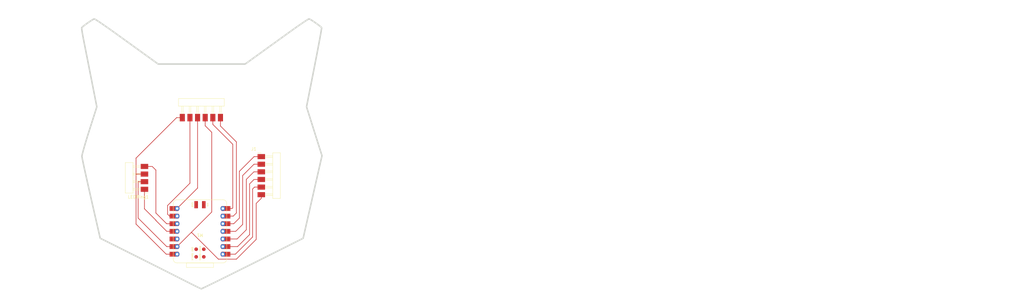
<source format=kicad_pcb>
(kicad_pcb (version 20240108) (generator "pcbnew") (generator_version "8.0")
  (layers (0 "F.Cu" signal) (31 "B.Cu" signal) (34 "B.Paste" user) (35 "F.Paste" user) (36 "B.SilkS" user "B.Silkscreen") (37 "F.SilkS" user "F.Silkscreen") (38 "B.Mask" user) (39 "F.Mask" user) (44 "Edge.Cuts" user))
  (net 0 "")
  (net 1 "4{slash}P4{slash}MISO{slash}D9")
  (net 2 "3{slash}P3{slash}MOSI{slash}D10")
  (net 3 "GND1")
  (net 4 "0{slash}P0{slash}TX{slash}D6")
  (net 5 "26{slash}P26{slash}A0{slash}D0")
  (net 6 "28{slash}P28{slash}A2{slash}D2")
  (net 7 "6{slash}P6{slash}SDA{slash}D4")
  (net 8 "27{slash}P27{slash}A1{slash}D1")
  (net 9 "29{slash}P29{slash}A3{slash}D3")
  (net 10 "2{slash}P2{slash}SCK{slash}D8")
  (net 11 "1{slash}RX{slash}P1{slash}CSn{slash}D7")
  (net 12 "7{slash}P7{slash}SCL{slash}D5")
  (net 14 "3V3")
  (net 15 "5V")
  (footprint "fab:PinHeader_1x06_P2.54mm_Horizontal_SMD" (layer "F.Cu") (at 152.1 109.7)
    (property "Reference" "J1" (at -1.524 -2.54 0) (layer "F.SilkS") (effects (justify right)))
    (property "Value" "Conn_PinHeader_1x06_P2.54mm_Horizontal_SMD")
    (fp_line (start -1.27 -1.27) (end 0 -1.27) (stroke (width 0.12)) (layer "F.SilkS"))
    (fp_line (start 3.81 -1.27) (end 6.35 -1.27) (stroke (width 0.12)) (layer "F.SilkS"))
    (fp_line (start 3.81 -0.254) (end 1.27 -0.254) (stroke (width 0.12)) (layer "F.SilkS"))
    (fp_line (start 3.81 0.254) (end 1.27 0.254) (stroke (width 0.12)) (layer "F.SilkS"))
    (fp_line (start 3.81 2.286) (end 1.27 2.286) (stroke (width 0.12)) (layer "F.SilkS"))
    (fp_line (start 3.81 2.794) (end 1.27 2.794) (stroke (width 0.12)) (layer "F.SilkS"))
    (fp_line (start 3.81 4.826) (end 1.27 4.826) (stroke (width 0.12)) (layer "F.SilkS"))
    (fp_line (start 3.81 5.334) (end 1.27 5.334) (stroke (width 0.12)) (layer "F.SilkS"))
    (fp_line (start 3.81 7.366) (end 1.27 7.366) (stroke (width 0.12)) (layer "F.SilkS"))
    (fp_line (start 3.81 7.874) (end 1.27 7.874) (stroke (width 0.12)) (layer "F.SilkS"))
    (fp_line (start 3.81 9.906) (end 1.27 9.906) (stroke (width 0.12)) (layer "F.SilkS"))
    (fp_line (start 3.81 10.414) (end 1.27 10.414) (stroke (width 0.12)) (layer "F.SilkS"))
    (fp_line (start 3.81 12.446) (end 1.27 12.446) (stroke (width 0.12)) (layer "F.SilkS"))
    (fp_line (start 3.81 12.954) (end 1.27 12.954) (stroke (width 0.12)) (layer "F.SilkS"))
    (fp_line (start 3.81 13.97) (end 3.81 -1.27) (stroke (width 0.12)) (layer "F.SilkS"))
    (fp_line (start 6.35 -1.27) (end 6.35 13.97) (stroke (width 0.12)) (layer "F.SilkS"))
    (fp_line (start 6.35 13.97) (end 3.81 13.97) (stroke (width 0.12)) (layer "F.SilkS"))
    (pad "1" smd rect (at 0 0) (size 2.5 1.7) (layers "F.Cu" "F.Paste" "F.Mask") (net 7 "6{slash}P6{slash}SDA{slash}D4"))
    (pad "2" smd rect (at 0 2.54) (size 2.5 1.7) (layers "F.Cu" "F.Paste" "F.Mask") (net 9 "29{slash}P29{slash}A3{slash}D3"))
    (pad "3" smd rect (at 0 5.08) (size 2.5 1.7) (layers "F.Cu" "F.Paste" "F.Mask") (net 6 "28{slash}P28{slash}A2{slash}D2"))
    (pad "4" smd rect (at 0 7.62) (size 2.5 1.7) (layers "F.Cu" "F.Paste" "F.Mask") (net 8 "27{slash}P27{slash}A1{slash}D1"))
    (pad "5" smd rect (at 0 10.16) (size 2.5 1.7) (layers "F.Cu" "F.Paste" "F.Mask") (net 5 "26{slash}P26{slash}A0{slash}D0"))
    (pad "6" smd rect (at 0 12.7) (size 2.5 1.7) (layers "F.Cu" "F.Paste" "F.Mask") (net 3 "GND1"))
  )
  (footprint "fab:SeeedStudio_XIAO_RP2040" (layer "F.Cu") (at 131.685 134.62 180)
    (property "Reference" "M1" (at 0 -1.27 180) (layer "F.SilkS"))
    (property "Value" "Module_XIAO-RP2040")
    (fp_line (start 8.8925 -9.261) (end 8.8925 9.281) (stroke (width 0.12)) (layer "F.SilkS"))
    (fp_line (start 7.6225 10.551) (end -7.6175 10.551) (stroke (width 0.12)) (layer "F.SilkS"))
    (fp_line (start -7.6175 -10.531) (end 7.6225 -10.531) (stroke (width 0.12)) (layer "F.SilkS"))
    (fp_line (start -8.8875 9.281) (end -8.8875 -9.261) (stroke (width 0.12)) (layer "F.SilkS"))
    (fp_rect (start -4.4975 -10.531) (end 4.5025 -12.055) (stroke (width 0.12)) (fill none) (layer "F.SilkS"))
    (fp_arc (start 8.8925 9.281) (mid 8.520526 10.179026) (end 7.6225 10.551) (stroke (width 0.12)) (layer "F.SilkS"))
    (fp_arc (start 7.6225 -10.531) (mid 8.520526 -10.159026) (end 8.8925 -9.261) (stroke (width 0.12)) (layer "F.SilkS"))
    (fp_arc (start -7.6175 10.551) (mid -8.515526 10.179026) (end -8.8875 9.281) (stroke (width 0.12)) (layer "F.SilkS"))
    (fp_arc (start -8.8875 -9.261) (mid -8.515526 -10.159026) (end -7.6175 -10.531) (stroke (width 0.12)) (layer "F.SilkS"))
    (fp_text user "GND" (at 2.545 8.89 -90) (layer "F.SilkS") (effects (font (size 0.5 0.5) (thickness 0.1) (bold yes))))
    (fp_text user "RESET" (at 0 -5.96 -90) (layer "F.SilkS") (effects (font (size 0.5 0.5) (thickness 0.1) (bold yes))))
    (fp_text user "VIN" (at -2.535 8.89 -90) (layer "F.SilkS") (effects (font (size 0.5 0.5) (thickness 0.1) (bold yes))))
    (fp_text user "SWDIO" (at 0 -8.5 -90) (layer "F.SilkS") (effects (font (size 0.5 0.5) (thickness 0.1) (bold yes))))
    (fp_text user "GND" (at 2.54 -5.96 -90) (layer "F.SilkS") (effects (font (size 0.5 0.5) (thickness 0.1) (bold yes))))
    (fp_text user "SWCLK" (at 2.54 -8.5 -90) (layer "F.SilkS") (effects (font (size 0.5 0.5) (thickness 0.1) (bold yes))))
    (pad "1" thru_hole circle (at -7.615 -7.62 180) (size 1.6 1.6) (drill 0.8) (layers "*.Cu" "*.Mask") (net 5 "26{slash}P26{slash}A0{slash}D0"))
    (pad "1" smd rect (at -7.615 -7.62 180) (size 3 1.6) (drill (offset -1 0)) (layers "F.Cu" "F.Paste" "F.Mask") (net 5 "26{slash}P26{slash}A0{slash}D0"))
    (pad "2" thru_hole circle (at -7.615 -5.08 180) (size 1.6 1.6) (drill 0.8) (layers "*.Cu" "*.Mask") (net 8 "27{slash}P27{slash}A1{slash}D1"))
    (pad "2" smd rect (at -7.615 -5.08 180) (size 3 1.6) (drill (offset -1 0)) (layers "F.Cu" "F.Paste" "F.Mask") (net 8 "27{slash}P27{slash}A1{slash}D1"))
    (pad "3" thru_hole circle (at -7.615 -2.54 180) (size 1.6 1.6) (drill 0.8) (layers "*.Cu" "*.Mask") (net 6 "28{slash}P28{slash}A2{slash}D2"))
    (pad "3" smd rect (at -7.615 -2.54 180) (size 3 1.6) (drill (offset -1 0)) (layers "F.Cu" "F.Paste" "F.Mask") (net 6 "28{slash}P28{slash}A2{slash}D2"))
    (pad "4" thru_hole circle (at -7.615 0 180) (size 1.6 1.6) (drill 0.8) (layers "*.Cu" "*.Mask") (net 9 "29{slash}P29{slash}A3{slash}D3"))
    (pad "4" smd rect (at -7.615 0 180) (size 3 1.6) (drill (offset -1 0)) (layers "F.Cu" "F.Paste" "F.Mask") (net 9 "29{slash}P29{slash}A3{slash}D3"))
    (pad "5" thru_hole circle (at -7.615 2.54 180) (size 1.6 1.6) (drill 0.8) (layers "*.Cu" "*.Mask") (net 7 "6{slash}P6{slash}SDA{slash}D4"))
    (pad "5" smd rect (at -7.615 2.54 180) (size 3 1.6) (drill (offset -1 0)) (layers "F.Cu" "F.Paste" "F.Mask") (net 7 "6{slash}P6{slash}SDA{slash}D4"))
    (pad "6" thru_hole circle (at -7.615 5.08 180) (size 1.6 1.6) (drill 0.8) (layers "*.Cu" "*.Mask") (net 12 "7{slash}P7{slash}SCL{slash}D5"))
    (pad "6" smd rect (at -7.615 5.08 180) (size 3 1.6) (drill (offset -1 0)) (layers "F.Cu" "F.Paste" "F.Mask") (net 12 "7{slash}P7{slash}SCL{slash}D5"))
    (pad "7" thru_hole circle (at -7.615 7.62 180) (size 1.6 1.6) (drill 0.8) (layers "*.Cu" "*.Mask") (net 4 "0{slash}P0{slash}TX{slash}D6"))
    (pad "7" smd rect (at -7.615 7.62 180) (size 3 1.6) (drill (offset -1 0)) (layers "F.Cu" "F.Paste" "F.Mask") (net 4 "0{slash}P0{slash}TX{slash}D6"))
    (pad "8" thru_hole circle (at 7.62 7.62 180) (size 1.6 1.6) (drill 0.8) (layers "*.Cu" "*.Mask") (net 11 "1{slash}RX{slash}P1{slash}CSn{slash}D7"))
    (pad "8" smd rect (at 7.62 7.62 180) (size 3 1.6) (drill (offset 1 0)) (layers "F.Cu" "F.Paste" "F.Mask") (net 11 "1{slash}RX{slash}P1{slash}CSn{slash}D7"))
    (pad "9" thru_hole circle (at 7.62 5.08 180) (size 1.6 1.6) (drill 0.8) (layers "*.Cu" "*.Mask") (net 10 "2{slash}P2{slash}SCK{slash}D8"))
    (pad "9" smd rect (at 7.62 5.08 180) (size 3 1.6) (drill (offset 1 0)) (layers "F.Cu" "F.Paste" "F.Mask") (net 10 "2{slash}P2{slash}SCK{slash}D8"))
    (pad "10" thru_hole circle (at 7.62 2.54 180) (size 1.6 1.6) (drill 0.8) (layers "*.Cu" "*.Mask") (net 1 "4{slash}P4{slash}MISO{slash}D9"))
    (pad "10" smd rect (at 7.62 2.54 180) (size 3 1.6) (drill (offset 1 0)) (layers "F.Cu" "F.Paste" "F.Mask") (net 1 "4{slash}P4{slash}MISO{slash}D9"))
    (pad "11" thru_hole circle (at 7.62 0 180) (size 1.6 1.6) (drill 0.8) (layers "*.Cu" "*.Mask") (net 2 "3{slash}P3{slash}MOSI{slash}D10"))
    (pad "11" smd rect (at 7.62 0 180) (size 3 1.6) (drill (offset 1 0)) (layers "F.Cu" "F.Paste" "F.Mask") (net 2 "3{slash}P3{slash}MOSI{slash}D10"))
    (pad "12" thru_hole circle (at 7.62 -2.54 180) (size 1.6 1.6) (drill 0.8) (layers "*.Cu" "*.Mask") (net 14 "3V3"))
    (pad "12" smd rect (at 7.62 -2.54 180) (size 3 1.6) (drill (offset 1 0)) (layers "F.Cu" "F.Paste" "F.Mask") (net 14 "3V3"))
    (pad "13" thru_hole circle (at 7.62 -5.08 180) (size 1.6 1.6) (drill 0.8) (layers "*.Cu" "*.Mask") (net 3 "GND1"))
    (pad "13" smd rect (at 7.62 -5.08 180) (size 3 1.6) (drill (offset 1 0)) (layers "F.Cu" "F.Paste" "F.Mask") (net 3 "GND1"))
    (pad "14" thru_hole circle (at 7.62 -7.62 180) (size 1.6 1.6) (drill 0.8) (layers "*.Cu" "*.Mask") (net 15 "5V"))
    (pad "14" smd rect (at 7.62 -7.62 180) (size 3 1.6) (drill (offset 1 0)) (layers "F.Cu" "F.Paste" "F.Mask") (net 15 "5V"))
    (pad "15" smd rect (at 1.275 8.89 90) (size 2.4 1.2) (layers "F.Cu" "F.Paste" "F.Mask"))
    (pad "16" smd rect (at -1.265 8.89 90) (size 2.4 1.2) (layers "F.Cu" "F.Paste" "F.Mask"))
    (pad "17" smd circle (at -1.27 -8.5 180) (size 1.2 1.2) (layers "F.Cu" "F.Paste" "F.Mask"))
    (pad "18" smd circle (at -1.27 -5.96 180) (size 1.2 1.2) (layers "F.Cu" "F.Paste" "F.Mask"))
    (pad "19" smd circle (at 1.27 -5.96 180) (size 1.2 1.2) (layers "F.Cu" "F.Paste" "F.Mask"))
    (pad "20" smd circle (at 1.27 -8.5 180) (size 1.2 1.2) (layers "F.Cu" "F.Paste" "F.Mask"))
  )
  (footprint "fab:PinHeader_1x06_P2.54mm_Horizontal_SMD" (layer "F.Cu") (at 125.8 96.7 90)
    (property "Reference" "HC-SR04" (hide yes))
    (property "Value" "Conn_PinHeader_1x06_P2.54mm_Horizontal_SMD")
    (fp_line (start 6.35 -1.27) (end 6.35 13.97) (stroke (width 0.12)) (layer "F.SilkS"))
    (fp_line (start 3.81 -1.27) (end 6.35 -1.27) (stroke (width 0.12)) (layer "F.SilkS"))
    (fp_line (start -1.27 -1.27) (end 0 -1.27) (stroke (width 0.12)) (layer "F.SilkS"))
    (fp_line (start 3.81 -0.254) (end 1.27 -0.254) (stroke (width 0.12)) (layer "F.SilkS"))
    (fp_line (start 3.81 0.254) (end 1.27 0.254) (stroke (width 0.12)) (layer "F.SilkS"))
    (fp_line (start 3.81 2.286) (end 1.27 2.286) (stroke (width 0.12)) (layer "F.SilkS"))
    (fp_line (start 3.81 2.794) (end 1.27 2.794) (stroke (width 0.12)) (layer "F.SilkS"))
    (fp_line (start 3.81 4.826) (end 1.27 4.826) (stroke (width 0.12)) (layer "F.SilkS"))
    (fp_line (start 3.81 5.334) (end 1.27 5.334) (stroke (width 0.12)) (layer "F.SilkS"))
    (fp_line (start 3.81 7.366) (end 1.27 7.366) (stroke (width 0.12)) (layer "F.SilkS"))
    (fp_line (start 3.81 7.874) (end 1.27 7.874) (stroke (width 0.12)) (layer "F.SilkS"))
    (fp_line (start 3.81 9.906) (end 1.27 9.906) (stroke (width 0.12)) (layer "F.SilkS"))
    (fp_line (start 3.81 10.414) (end 1.27 10.414) (stroke (width 0.12)) (layer "F.SilkS"))
    (fp_line (start 3.81 12.446) (end 1.27 12.446) (stroke (width 0.12)) (layer "F.SilkS"))
    (fp_line (start 3.81 12.954) (end 1.27 12.954) (stroke (width 0.12)) (layer "F.SilkS"))
    (fp_line (start 6.35 13.97) (end 3.81 13.97) (stroke (width 0.12)) (layer "F.SilkS"))
    (fp_line (start 3.81 13.97) (end 3.81 -1.27) (stroke (width 0.12)) (layer "F.SilkS"))
    (pad "1" smd rect (at 0 0 90) (size 2.5 1.7) (layers "F.Cu" "F.Paste" "F.Mask") (net 15 "5V"))
    (pad "2" smd rect (at 0 2.54 90) (size 2.5 1.7) (layers "F.Cu" "F.Paste" "F.Mask") (net 10 "2{slash}P2{slash}SCK{slash}D8"))
    (pad "3" smd rect (at 0 5.08 90) (size 2.5 1.7) (layers "F.Cu" "F.Paste" "F.Mask") (net 11 "1{slash}RX{slash}P1{slash}CSn{slash}D7"))
    (pad "4" smd rect (at 0 7.62 90) (size 2.5 1.7) (layers "F.Cu" "F.Paste" "F.Mask") (net 3 "GND1"))
    (pad "5" smd rect (at 0 10.16 90) (size 2.5 1.7) (layers "F.Cu" "F.Paste" "F.Mask") (net 4 "0{slash}P0{slash}TX{slash}D6"))
    (pad "6" smd rect (at 0 12.7 90) (size 2.5 1.7) (layers "F.Cu" "F.Paste" "F.Mask") (net 12 "7{slash}P7{slash}SCL{slash}D5"))
  )
  (footprint "fab:PinHeader_1x04_P2.54mm_Horizontal_SMD" (layer "F.Cu") (at 113.2 120.6 180)
    (property "Reference" "LEDRing1" (at -1.524 -2.54 180) (layer "F.SilkS") (effects (justify right)))
    (property "Value" "Conn_PinHeader_1x04_P2.54mm_Horizontal_SMD")
    (fp_line (start 6.35 8.89) (end 3.81 8.89) (stroke (width 0.12)) (layer "F.SilkS"))
    (fp_line (start 6.35 -1.27) (end 6.35 8.89) (stroke (width 0.12)) (layer "F.SilkS"))
    (fp_line (start 3.81 8.89) (end 3.81 -1.27) (stroke (width 0.12)) (layer "F.SilkS"))
    (fp_line (start 3.81 7.874) (end 1.27 7.874) (stroke (width 0.12)) (layer "F.SilkS"))
    (fp_line (start 3.81 7.366) (end 1.27 7.366) (stroke (width 0.12)) (layer "F.SilkS"))
    (fp_line (start 3.81 5.334) (end 1.27 5.334) (stroke (width 0.12)) (layer "F.SilkS"))
    (fp_line (start 3.81 4.826) (end 1.27 4.826) (stroke (width 0.12)) (layer "F.SilkS"))
    (fp_line (start 3.81 2.794) (end 1.27 2.794) (stroke (width 0.12)) (layer "F.SilkS"))
    (fp_line (start 3.81 2.286) (end 1.27 2.286) (stroke (width 0.12)) (layer "F.SilkS"))
    (fp_line (start 3.81 0.254) (end 1.27 0.254) (stroke (width 0.12)) (layer "F.SilkS"))
    (fp_line (start 3.81 -0.254) (end 1.27 -0.254) (stroke (width 0.12)) (layer "F.SilkS"))
    (fp_line (start 3.81 -1.27) (end 6.35 -1.27) (stroke (width 0.12)) (layer "F.SilkS"))
    (fp_line (start -1.27 -1.27) (end 0 -1.27) (stroke (width 0.12)) (layer "F.SilkS"))
    (pad "1" smd rect (at 0 0 180) (size 2.5 1.7) (layers "F.Cu" "F.Paste" "F.Mask") (net 2 "3{slash}P3{slash}MOSI{slash}D10"))
    (pad "2" smd rect (at 0 2.54 180) (size 2.5 1.7) (layers "F.Cu" "F.Paste" "F.Mask") (net 3 "GND1"))
    (pad "3" smd rect (at 0 5.08 180) (size 2.5 1.7) (layers "F.Cu" "F.Paste" "F.Mask") (net 15 "5V"))
    (pad "4" smd rect (at 0 7.62 180) (size 2.5 1.7) (layers "F.Cu" "F.Paste" "F.Mask") (net 1 "4{slash}P4{slash}MISO{slash}D9"))
  )
  (gr_poly (pts (xy 168.032128 63.792145) (xy 168.095645 63.813045) (xy 168.269696 63.892788) (xy 168.498589 64.017608) (xy 168.772912 64.18089) (xy 169.420183 64.596384) (xy 170.13619 65.086351) (xy 170.845617 65.597875) (xy 171.473144 66.078038) (xy 171.732658 66.289822) (xy 171.943453 66.473922) (xy 172.096114 66.623723) (xy 172.181226 66.732611) (xy 172.180393 66.822837) (xy 172.153358 67.043577) (xy 172.025707 67.849347) (xy 171.511308 70.72726) (xy 170.718531 74.930283) (xy 169.72788 80.022345) (xy 167.151494 93.09197) (xy 169.020001 99.029089) (xy 171.594251 107.183096) (xy 172.3 109.4) (xy 169.164441 123.160833) (xy 166.02889 136.921682) (xy 149.202558 145.365332) (xy 137.245452 151.321598) (xy 133.550847 153.128016) (xy 132.125974 153.784933) (xy 132.071591 153.767758) (xy 131.962049 153.722169) (xy 131.589417 153.551615) (xy 131.031944 153.285013) (xy 130.313495 152.934107) (xy 128.489134 152.026348) (xy 126.307263 150.922277) (xy 126.307256 150.922705) (xy 119.103074 147.278311) (xy 109.601899 142.502371) (xy 98.464997 136.92066) (xy 95.434758 123.679937) (xy 93.286057 114.08753) (xy 92.625724 110.981828) (xy 92.375257 109.618322) (xy 92.385247 109.494001) (xy 92.420396 109.293309) (xy 92.561106 108.680582) (xy 92.787258 107.815686) (xy 93.088722 106.734161) (xy 93.455371 105.471552) (xy 93.877074 104.063401) (xy 94.343703 102.54525) (xy 94.845128 100.952642) (xy 97.344262 93.107832) (xy 95.606851 84.261244) (xy 93.026277 71.189703) (xy 92.708863 69.531404) (xy 92.467899 68.139465) (xy 92.383437 67.589019) (xy 92.326907 67.159928) (xy 92.30125 66.870449) (xy 92.300918 66.783768) (xy 92.309407 66.738836) (xy 92.395217 66.628669) (xy 92.548445 66.477782) (xy 92.759698 66.292775) (xy 93.019585 66.080247) (xy 93.64769 65.599025) (xy 94.357619 65.08691) (xy 95.074234 64.596697) (xy 95.722396 64.18118) (xy 95.997327 64.017931) (xy 96.226967 63.893154) (xy 96.401925 63.813449) (xy 96.465962 63.79256) (xy 96.512807 63.785414) (xy 96.591791 63.811485) (xy 96.739337 63.887983) (xy 96.951662 64.01233) (xy 97.224987 64.18195) (xy 97.939513 64.646703) (xy 98.85267 65.261628) (xy 99.934214 66.006115) (xy 101.153899 66.85955) (xy 102.481481 67.801323) (xy 103.886716 68.810819) (xy 114.303002 76.335615) (xy 117.766671 78.83502) (xy 132.245793 78.833174) (xy 146.724912 78.83132) (xy 151.366551 75.480924) (xy 161.788762 67.957846) (xy 164.066116 66.337606) (xy 165.993645 65.01077) (xy 166.76268 64.500166) (xy 167.368005 64.114258) (xy 167.784202 63.870163) (xy 167.913434 63.806643) (xy 167.985852 63.784994)) (stroke (width 0.5)) (fill none) (layer "Edge.Cuts"))
  (segment (start 117 128.5) (end 120.58 132.08) (width 0.2) (layer "F.Cu") (net 1))
  (segment (start 120.58 132.08) (end 124.065 132.08) (width 0.2) (layer "F.Cu") (net 1))
  (segment (start 115.78 112.98) (end 117 114.2) (width 0.2) (layer "F.Cu") (net 1))
  (segment (start 113.2 112.98) (end 115.78 112.98) (width 0.2) (layer "F.Cu") (net 1))
  (segment (start 117 114.2) (end 117 128.5) (width 0.2) (layer "F.Cu") (net 1))
  (segment (start 117 130.9) (end 117 131) (width 0.2) (layer "F.Cu") (net 2))
  (segment (start 117 131) (end 120.62 134.62) (width 0.2) (layer "F.Cu") (net 2))
  (segment (start 113.2 120.6) (end 113.2 127.1) (width 0.2) (layer "F.Cu") (net 2))
  (segment (start 120.62 134.62) (end 124.065 134.62) (width 0.2) (layer "F.Cu") (net 2))
  (segment (start 113.2 127.1) (end 117 130.9) (width 0.2) (layer "F.Cu") (net 2))
  (segment (start 111.1 118.06) (end 111.1 130.2) (width 0.2) (layer "F.Cu") (net 3))
  (segment (start 143.8 143.9) (end 137.806422 143.9) (width 0.2) (layer "F.Cu") (net 3))
  (segment (start 150.4 125.3) (end 150.4 137.3) (width 0.2) (layer "F.Cu") (net 3))
  (segment (start 135.6 101.6) (end 133.42 99.42) (width 0.2) (layer "F.Cu") (net 3))
  (segment (start 111.1 130.2) (end 120.6 139.7) (width 0.2) (layer "F.Cu") (net 3))
  (segment (start 137.806422 143.9) (end 128.888922 134.9825) (width 0.2) (layer "F.Cu") (net 3))
  (segment (start 152.1 122.4) (end 152.1 123.6) (width 0.2) (layer "F.Cu") (net 3))
  (segment (start 124.065 139.7) (end 124.1 139.7) (width 0.2) (layer "F.Cu") (net 3))
  (segment (start 113.2 118.06) (end 111.1 118.06) (width 0.2) (layer "F.Cu") (net 3))
  (segment (start 128.7825 134.9825) (end 135.6 128.165) (width 0.2) (layer "F.Cu") (net 3))
  (segment (start 150.4 137.3) (end 143.8 143.9) (width 0.2) (layer "F.Cu") (net 3))
  (segment (start 128.888922 134.9825) (end 128.7825 134.9825) (width 0.2) (layer "F.Cu") (net 3))
  (segment (start 152.1 123.6) (end 150.4 125.3) (width 0.2) (layer "F.Cu") (net 3))
  (segment (start 124.065 139.7) (end 128.7825 134.9825) (width 0.2) (layer "F.Cu") (net 3))
  (segment (start 133.42 99.42) (end 133.42 96.7) (width 0.2) (layer "F.Cu") (net 3))
  (segment (start 120.6 139.7) (end 124.065 139.7) (width 0.2) (layer "F.Cu") (net 3))
  (segment (start 133.42 96.7) (end 133.42 97.84) (width 0.2) (layer "F.Cu") (net 3))
  (segment (start 135.6 128.165) (end 135.6 101.6) (width 0.2) (layer "F.Cu") (net 3))
  (segment (start 142.6 105.6) (end 142.6 126.8) (width 0.2) (layer "F.Cu") (net 4))
  (segment (start 135.96 96.7) (end 135.96 98.96) (width 0.2) (layer "F.Cu") (net 4))
  (segment (start 142.6 126.8) (end 142.4 127) (width 0.2) (layer "F.Cu") (net 4))
  (segment (start 142.4 127) (end 139.3 127) (width 0.2) (layer "F.Cu") (net 4))
  (segment (start 135.96 98.96) (end 142.6 105.6) (width 0.2) (layer "F.Cu") (net 4))
  (segment (start 149.2 136.5) (end 143.46 142.24) (width 0.2) (layer "F.Cu") (net 5))
  (segment (start 152.1 119.86) (end 149.84 119.86) (width 0.2) (layer "F.Cu") (net 5))
  (segment (start 149.84 119.86) (end 149.2 120.5) (width 0.2) (layer "F.Cu") (net 5))
  (segment (start 143.46 142.24) (end 139.3 142.24) (width 0.2) (layer "F.Cu") (net 5))
  (segment (start 139.34 142.2) (end 139.3 142.24) (width 0.2) (layer "F.Cu") (net 5))
  (segment (start 149.2 120.5) (end 149.2 136.5) (width 0.2) (layer "F.Cu") (net 5))
  (segment (start 147.1 134.1) (end 144.04 137.16) (width 0.2) (layer "F.Cu") (net 6))
  (segment (start 139.341664 137.118336) (end 139.3 137.16) (width 0.2) (layer "F.Cu") (net 6))
  (segment (start 149.62 114.78) (end 147.1 117.3) (width 0.2) (layer "F.Cu") (net 6))
  (segment (start 152.1 114.78) (end 149.62 114.78) (width 0.2) (layer "F.Cu") (net 6))
  (segment (start 144.04 137.16) (end 139.3 137.16) (width 0.2) (layer "F.Cu") (net 6))
  (segment (start 147.1 117.3) (end 147.1 134.1) (width 0.2) (layer "F.Cu") (net 6))
  (segment (start 142.92 132.08) (end 139.3 132.08) (width 0.2) (layer "F.Cu") (net 7))
  (segment (start 144.8 114.6) (end 144.8 130.2) (width 0.2) (layer "F.Cu") (net 7))
  (segment (start 152.1 109.7) (end 149.7 109.7) (width 0.2) (layer "F.Cu") (net 7))
  (segment (start 139.32 132.1) (end 139.3 132.08) (width 0.2) (layer "F.Cu") (net 7))
  (segment (start 144.8 130.2) (end 142.92 132.08) (width 0.2) (layer "F.Cu") (net 7))
  (segment (start 149.7 109.7) (end 144.8 114.6) (width 0.2) (layer "F.Cu") (net 7))
  (segment (start 152.1 117.32) (end 151.94 117.32) (width 0.2) (layer "F.Cu") (net 8))
  (segment (start 149.68 117.32) (end 148.2 118.8) (width 0.2) (layer "F.Cu") (net 8))
  (segment (start 148.2 118.8) (end 148.2 135.7) (width 0.2) (layer "F.Cu") (net 8))
  (segment (start 148.2 135.7) (end 144.2 139.7) (width 0.2) (layer "F.Cu") (net 8))
  (segment (start 152.1 117.32) (end 149.68 117.32) (width 0.2) (layer "F.Cu") (net 8))
  (segment (start 144.2 139.7) (end 139.3 139.7) (width 0.2) (layer "F.Cu") (net 8))
  (segment (start 143.58 134.62) (end 139.3 134.62) (width 0.2) (layer "F.Cu") (net 9))
  (segment (start 139.32 134.6) (end 139.3 134.62) (width 0.2) (layer "F.Cu") (net 9))
  (segment (start 145.9 132.3) (end 143.58 134.62) (width 0.2) (layer "F.Cu") (net 9))
  (segment (start 149.66 112.24) (end 145.9 116) (width 0.2) (layer "F.Cu") (net 9))
  (segment (start 152.1 112.24) (end 149.66 112.24) (width 0.2) (layer "F.Cu") (net 9))
  (segment (start 145.9 116) (end 145.9 132.3) (width 0.2) (layer "F.Cu") (net 9))
  (segment (start 128.34 118.56) (end 120.9 126) (width 0.2) (layer "F.Cu") (net 10))
  (segment (start 120.9 128.9) (end 121.54 129.54) (width 0.2) (layer "F.Cu") (net 10))
  (segment (start 121.54 129.54) (end 124.065 129.54) (width 0.2) (layer "F.Cu") (net 10))
  (segment (start 120.9 126) (end 120.9 128.9) (width 0.2) (layer "F.Cu") (net 10))
  (segment (start 128.34 96.7) (end 128.34 118.56) (width 0.2) (layer "F.Cu") (net 10))
  (segment (start 130.88 120.185) (end 124.065 127) (width 0.2) (layer "F.Cu") (net 11))
  (segment (start 130.88 96.7) (end 130.88 120.185) (width 0.2) (layer "F.Cu") (net 11))
  (segment (start 142.76 129.54) (end 139.3 129.54) (width 0.2) (layer "F.Cu") (net 12))
  (segment (start 143.8 104.8) (end 143.8 128.5) (width 0.2) (layer "F.Cu") (net 12))
  (segment (start 143.8 128.5) (end 142.76 129.54) (width 0.2) (layer "F.Cu") (net 12))
  (segment (start 139.34 129.5) (end 139.3 129.54) (width 0.2) (layer "F.Cu") (net 12))
  (segment (start 138.5 99.5) (end 143.8 104.8) (width 0.2) (layer "F.Cu") (net 12))
  (segment (start 138.5 96.7) (end 138.5 99.5) (width 0.2) (layer "F.Cu") (net 12))
  (segment (start 110.4 110.2) (end 110.4 115.5) (width 0.2) (layer "F.Cu") (net 15))
  (segment (start 110.4 115.5) (end 110.42 115.52) (width 0.2) (layer "F.Cu") (net 15))
  (segment (start 113.2 115.52) (end 110.7 115.52) (width 0.2) (layer "F.Cu") (net 15))
  (segment (start 123.9 96.7) (end 110.4 110.2) (width 0.2) (layer "F.Cu") (net 15))
  (segment (start 110.7 115.52) (end 110.4 115.52) (width 0.2) (layer "F.Cu") (net 15))
  (segment (start 110.4 132.2) (end 120.44 142.24) (width 0.2) (layer "F.Cu") (net 15))
  (segment (start 112.86 115.86) (end 112.86 115.985686) (width 0.2) (layer "F.Cu") (net 15))
  (segment (start 110.4 115.52) (end 110.4 132.2) (width 0.2) (layer "F.Cu") (net 15))
  (segment (start 120.44 142.24) (end 124.065 142.24) (width 0.2) (layer "F.Cu") (net 15))
  (segment (start 125.8 96.7) (end 123.9 96.7) (width 0.2) (layer "F.Cu") (net 15))
  (segment (start 110.42 115.52) (end 110.7 115.52) (width 0.2) (layer "F.Cu") (net 15))
  (segment (start 113.2 115.52) (end 112.86 115.86) (width 0.2) (layer "F.Cu") (net 15))
)
</source>
